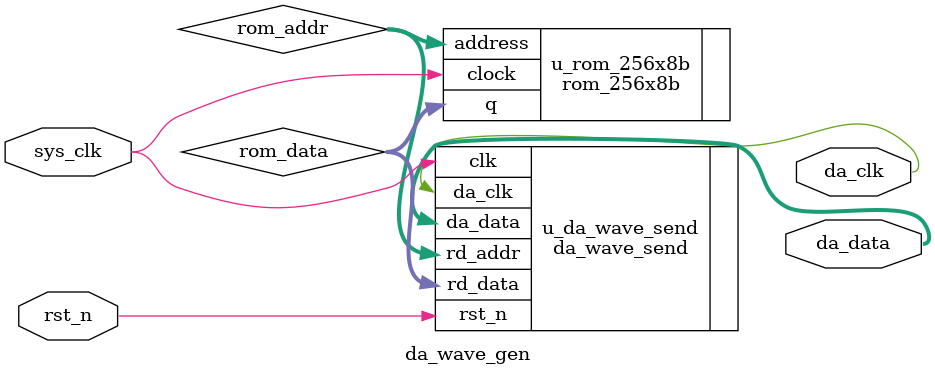
<source format=v>

module da_wave_gen(
    input           sys_clk,    //时钟
    input           rst_n,      //复位信号，低电平有效

    output          da_clk,     //DA(AD9708)驱动时钟,最大支持125Mhz时钟
    output [7:0]    da_data     //输出给DA的数据  
    );

//wire define 
wire [7:0] rom_addr;            //ROM读地址
wire [7:0] rom_data;            //ROM读出的数据

//*****************************************************
//**                    main code
//*****************************************************

//ROM存储波形
rom_256x8b  u_rom_256x8b(
    .clock          (sys_clk),
    .address        (rom_addr),
    .q              (rom_data)
    );
    
//DA数据发送
da_wave_send u_da_wave_send(
    .clk            (sys_clk), 
    .rst_n          (rst_n),
    
    .rd_addr        (rom_addr),
    .rd_data        (rom_data),
    
    .da_clk         (da_clk),  
    .da_data        (da_data)
    );

endmodule 
</source>
